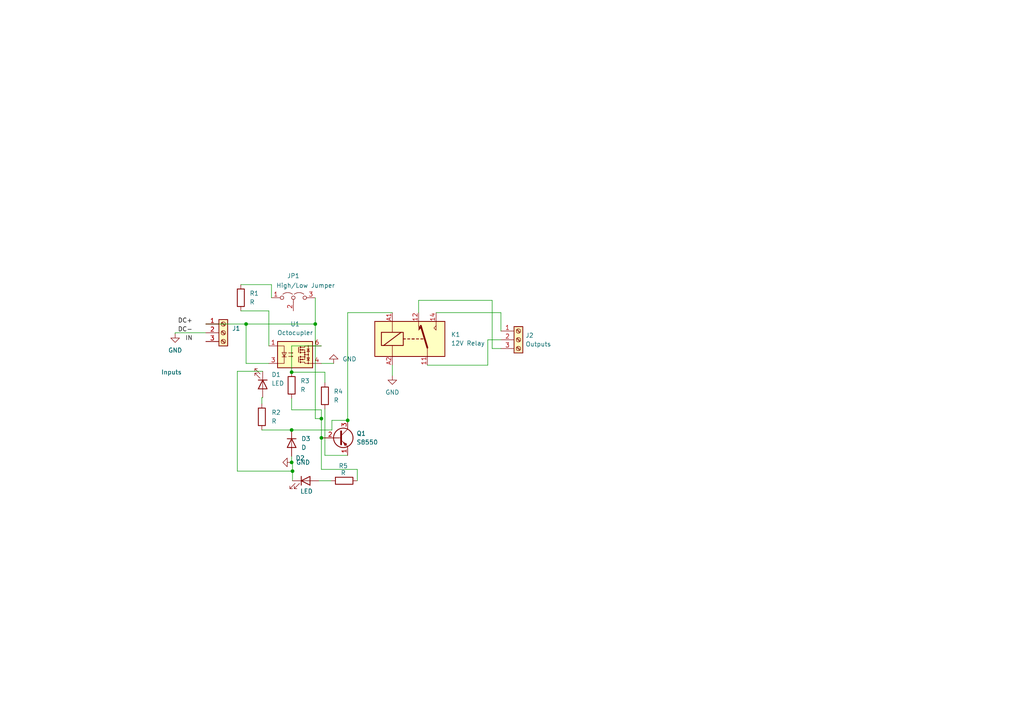
<source format=kicad_sch>
(kicad_sch (version 20211123) (generator eeschema)

  (uuid d5c506f8-2949-4fc3-b657-71e40ede4b86)

  (paper "A4")

  (lib_symbols
    (symbol "Connector:Screw_Terminal_01x03" (pin_names (offset 1.016) hide) (in_bom yes) (on_board yes)
      (property "Reference" "J" (id 0) (at 0 5.08 0)
        (effects (font (size 1.27 1.27)))
      )
      (property "Value" "Screw_Terminal_01x03" (id 1) (at 0 -5.08 0)
        (effects (font (size 1.27 1.27)))
      )
      (property "Footprint" "" (id 2) (at 0 0 0)
        (effects (font (size 1.27 1.27)) hide)
      )
      (property "Datasheet" "~" (id 3) (at 0 0 0)
        (effects (font (size 1.27 1.27)) hide)
      )
      (property "ki_keywords" "screw terminal" (id 4) (at 0 0 0)
        (effects (font (size 1.27 1.27)) hide)
      )
      (property "ki_description" "Generic screw terminal, single row, 01x03, script generated (kicad-library-utils/schlib/autogen/connector/)" (id 5) (at 0 0 0)
        (effects (font (size 1.27 1.27)) hide)
      )
      (property "ki_fp_filters" "TerminalBlock*:*" (id 6) (at 0 0 0)
        (effects (font (size 1.27 1.27)) hide)
      )
      (symbol "Screw_Terminal_01x03_1_1"
        (rectangle (start -1.27 3.81) (end 1.27 -3.81)
          (stroke (width 0.254) (type default) (color 0 0 0 0))
          (fill (type background))
        )
        (circle (center 0 -2.54) (radius 0.635)
          (stroke (width 0.1524) (type default) (color 0 0 0 0))
          (fill (type none))
        )
        (polyline
          (pts
            (xy -0.5334 -2.2098)
            (xy 0.3302 -3.048)
          )
          (stroke (width 0.1524) (type default) (color 0 0 0 0))
          (fill (type none))
        )
        (polyline
          (pts
            (xy -0.5334 0.3302)
            (xy 0.3302 -0.508)
          )
          (stroke (width 0.1524) (type default) (color 0 0 0 0))
          (fill (type none))
        )
        (polyline
          (pts
            (xy -0.5334 2.8702)
            (xy 0.3302 2.032)
          )
          (stroke (width 0.1524) (type default) (color 0 0 0 0))
          (fill (type none))
        )
        (polyline
          (pts
            (xy -0.3556 -2.032)
            (xy 0.508 -2.8702)
          )
          (stroke (width 0.1524) (type default) (color 0 0 0 0))
          (fill (type none))
        )
        (polyline
          (pts
            (xy -0.3556 0.508)
            (xy 0.508 -0.3302)
          )
          (stroke (width 0.1524) (type default) (color 0 0 0 0))
          (fill (type none))
        )
        (polyline
          (pts
            (xy -0.3556 3.048)
            (xy 0.508 2.2098)
          )
          (stroke (width 0.1524) (type default) (color 0 0 0 0))
          (fill (type none))
        )
        (circle (center 0 0) (radius 0.635)
          (stroke (width 0.1524) (type default) (color 0 0 0 0))
          (fill (type none))
        )
        (circle (center 0 2.54) (radius 0.635)
          (stroke (width 0.1524) (type default) (color 0 0 0 0))
          (fill (type none))
        )
        (pin passive line (at -5.08 2.54 0) (length 3.81)
          (name "Pin_1" (effects (font (size 1.27 1.27))))
          (number "1" (effects (font (size 1.27 1.27))))
        )
        (pin passive line (at -5.08 0 0) (length 3.81)
          (name "Pin_2" (effects (font (size 1.27 1.27))))
          (number "2" (effects (font (size 1.27 1.27))))
        )
        (pin passive line (at -5.08 -2.54 0) (length 3.81)
          (name "Pin_3" (effects (font (size 1.27 1.27))))
          (number "3" (effects (font (size 1.27 1.27))))
        )
      )
    )
    (symbol "Device:D" (pin_numbers hide) (pin_names (offset 1.016) hide) (in_bom yes) (on_board yes)
      (property "Reference" "D" (id 0) (at 0 2.54 0)
        (effects (font (size 1.27 1.27)))
      )
      (property "Value" "D" (id 1) (at 0 -2.54 0)
        (effects (font (size 1.27 1.27)))
      )
      (property "Footprint" "" (id 2) (at 0 0 0)
        (effects (font (size 1.27 1.27)) hide)
      )
      (property "Datasheet" "~" (id 3) (at 0 0 0)
        (effects (font (size 1.27 1.27)) hide)
      )
      (property "ki_keywords" "diode" (id 4) (at 0 0 0)
        (effects (font (size 1.27 1.27)) hide)
      )
      (property "ki_description" "Diode" (id 5) (at 0 0 0)
        (effects (font (size 1.27 1.27)) hide)
      )
      (property "ki_fp_filters" "TO-???* *_Diode_* *SingleDiode* D_*" (id 6) (at 0 0 0)
        (effects (font (size 1.27 1.27)) hide)
      )
      (symbol "D_0_1"
        (polyline
          (pts
            (xy -1.27 1.27)
            (xy -1.27 -1.27)
          )
          (stroke (width 0.254) (type default) (color 0 0 0 0))
          (fill (type none))
        )
        (polyline
          (pts
            (xy 1.27 0)
            (xy -1.27 0)
          )
          (stroke (width 0) (type default) (color 0 0 0 0))
          (fill (type none))
        )
        (polyline
          (pts
            (xy 1.27 1.27)
            (xy 1.27 -1.27)
            (xy -1.27 0)
            (xy 1.27 1.27)
          )
          (stroke (width 0.254) (type default) (color 0 0 0 0))
          (fill (type none))
        )
      )
      (symbol "D_1_1"
        (pin passive line (at -3.81 0 0) (length 2.54)
          (name "K" (effects (font (size 1.27 1.27))))
          (number "1" (effects (font (size 1.27 1.27))))
        )
        (pin passive line (at 3.81 0 180) (length 2.54)
          (name "A" (effects (font (size 1.27 1.27))))
          (number "2" (effects (font (size 1.27 1.27))))
        )
      )
    )
    (symbol "Device:LED" (pin_numbers hide) (pin_names (offset 1.016) hide) (in_bom yes) (on_board yes)
      (property "Reference" "D" (id 0) (at 0 2.54 0)
        (effects (font (size 1.27 1.27)))
      )
      (property "Value" "LED" (id 1) (at 0 -2.54 0)
        (effects (font (size 1.27 1.27)))
      )
      (property "Footprint" "" (id 2) (at 0 0 0)
        (effects (font (size 1.27 1.27)) hide)
      )
      (property "Datasheet" "~" (id 3) (at 0 0 0)
        (effects (font (size 1.27 1.27)) hide)
      )
      (property "ki_keywords" "LED diode" (id 4) (at 0 0 0)
        (effects (font (size 1.27 1.27)) hide)
      )
      (property "ki_description" "Light emitting diode" (id 5) (at 0 0 0)
        (effects (font (size 1.27 1.27)) hide)
      )
      (property "ki_fp_filters" "LED* LED_SMD:* LED_THT:*" (id 6) (at 0 0 0)
        (effects (font (size 1.27 1.27)) hide)
      )
      (symbol "LED_0_1"
        (polyline
          (pts
            (xy -1.27 -1.27)
            (xy -1.27 1.27)
          )
          (stroke (width 0.254) (type default) (color 0 0 0 0))
          (fill (type none))
        )
        (polyline
          (pts
            (xy -1.27 0)
            (xy 1.27 0)
          )
          (stroke (width 0) (type default) (color 0 0 0 0))
          (fill (type none))
        )
        (polyline
          (pts
            (xy 1.27 -1.27)
            (xy 1.27 1.27)
            (xy -1.27 0)
            (xy 1.27 -1.27)
          )
          (stroke (width 0.254) (type default) (color 0 0 0 0))
          (fill (type none))
        )
        (polyline
          (pts
            (xy -3.048 -0.762)
            (xy -4.572 -2.286)
            (xy -3.81 -2.286)
            (xy -4.572 -2.286)
            (xy -4.572 -1.524)
          )
          (stroke (width 0) (type default) (color 0 0 0 0))
          (fill (type none))
        )
        (polyline
          (pts
            (xy -1.778 -0.762)
            (xy -3.302 -2.286)
            (xy -2.54 -2.286)
            (xy -3.302 -2.286)
            (xy -3.302 -1.524)
          )
          (stroke (width 0) (type default) (color 0 0 0 0))
          (fill (type none))
        )
      )
      (symbol "LED_1_1"
        (pin passive line (at -3.81 0 0) (length 2.54)
          (name "K" (effects (font (size 1.27 1.27))))
          (number "1" (effects (font (size 1.27 1.27))))
        )
        (pin passive line (at 3.81 0 180) (length 2.54)
          (name "A" (effects (font (size 1.27 1.27))))
          (number "2" (effects (font (size 1.27 1.27))))
        )
      )
    )
    (symbol "Device:R" (pin_numbers hide) (pin_names (offset 0)) (in_bom yes) (on_board yes)
      (property "Reference" "R" (id 0) (at 2.032 0 90)
        (effects (font (size 1.27 1.27)))
      )
      (property "Value" "R" (id 1) (at 0 0 90)
        (effects (font (size 1.27 1.27)))
      )
      (property "Footprint" "" (id 2) (at -1.778 0 90)
        (effects (font (size 1.27 1.27)) hide)
      )
      (property "Datasheet" "~" (id 3) (at 0 0 0)
        (effects (font (size 1.27 1.27)) hide)
      )
      (property "ki_keywords" "R res resistor" (id 4) (at 0 0 0)
        (effects (font (size 1.27 1.27)) hide)
      )
      (property "ki_description" "Resistor" (id 5) (at 0 0 0)
        (effects (font (size 1.27 1.27)) hide)
      )
      (property "ki_fp_filters" "R_*" (id 6) (at 0 0 0)
        (effects (font (size 1.27 1.27)) hide)
      )
      (symbol "R_0_1"
        (rectangle (start -1.016 -2.54) (end 1.016 2.54)
          (stroke (width 0.254) (type default) (color 0 0 0 0))
          (fill (type none))
        )
      )
      (symbol "R_1_1"
        (pin passive line (at 0 3.81 270) (length 1.27)
          (name "~" (effects (font (size 1.27 1.27))))
          (number "1" (effects (font (size 1.27 1.27))))
        )
        (pin passive line (at 0 -3.81 90) (length 1.27)
          (name "~" (effects (font (size 1.27 1.27))))
          (number "2" (effects (font (size 1.27 1.27))))
        )
      )
    )
    (symbol "Jumper:Jumper_3_Open" (pin_names (offset 0) hide) (in_bom yes) (on_board yes)
      (property "Reference" "JP" (id 0) (at -2.54 -2.54 0)
        (effects (font (size 1.27 1.27)))
      )
      (property "Value" "Jumper_3_Open" (id 1) (at 0 2.794 0)
        (effects (font (size 1.27 1.27)))
      )
      (property "Footprint" "" (id 2) (at 0 0 0)
        (effects (font (size 1.27 1.27)) hide)
      )
      (property "Datasheet" "~" (id 3) (at 0 0 0)
        (effects (font (size 1.27 1.27)) hide)
      )
      (property "ki_keywords" "Jumper SPDT" (id 4) (at 0 0 0)
        (effects (font (size 1.27 1.27)) hide)
      )
      (property "ki_description" "Jumper, 3-pole, both open" (id 5) (at 0 0 0)
        (effects (font (size 1.27 1.27)) hide)
      )
      (property "ki_fp_filters" "Jumper* TestPoint*3Pads* TestPoint*Bridge*" (id 6) (at 0 0 0)
        (effects (font (size 1.27 1.27)) hide)
      )
      (symbol "Jumper_3_Open_0_0"
        (circle (center -3.302 0) (radius 0.508)
          (stroke (width 0) (type default) (color 0 0 0 0))
          (fill (type none))
        )
        (circle (center 0 0) (radius 0.508)
          (stroke (width 0) (type default) (color 0 0 0 0))
          (fill (type none))
        )
        (circle (center 3.302 0) (radius 0.508)
          (stroke (width 0) (type default) (color 0 0 0 0))
          (fill (type none))
        )
      )
      (symbol "Jumper_3_Open_0_1"
        (arc (start -0.254 1.016) (mid -1.651 1.4992) (end -3.048 1.016)
          (stroke (width 0) (type default) (color 0 0 0 0))
          (fill (type none))
        )
        (polyline
          (pts
            (xy 0 -0.508)
            (xy 0 -1.27)
          )
          (stroke (width 0) (type default) (color 0 0 0 0))
          (fill (type none))
        )
        (arc (start 3.048 1.016) (mid 1.651 1.4992) (end 0.254 1.016)
          (stroke (width 0) (type default) (color 0 0 0 0))
          (fill (type none))
        )
      )
      (symbol "Jumper_3_Open_1_1"
        (pin passive line (at -6.35 0 0) (length 2.54)
          (name "A" (effects (font (size 1.27 1.27))))
          (number "1" (effects (font (size 1.27 1.27))))
        )
        (pin passive line (at 0 -3.81 90) (length 2.54)
          (name "C" (effects (font (size 1.27 1.27))))
          (number "2" (effects (font (size 1.27 1.27))))
        )
        (pin passive line (at 6.35 0 180) (length 2.54)
          (name "B" (effects (font (size 1.27 1.27))))
          (number "3" (effects (font (size 1.27 1.27))))
        )
      )
    )
    (symbol "Relay:FINDER-36.11" (in_bom yes) (on_board yes)
      (property "Reference" "K" (id 0) (at 11.43 3.81 0)
        (effects (font (size 1.27 1.27)) (justify left))
      )
      (property "Value" "FINDER-36.11" (id 1) (at 11.43 1.27 0)
        (effects (font (size 1.27 1.27)) (justify left))
      )
      (property "Footprint" "Relay_THT:Relay_SPDT_Finder_36.11" (id 2) (at 32.258 -0.762 0)
        (effects (font (size 1.27 1.27)) hide)
      )
      (property "Datasheet" "https://gfinder.findernet.com/public/attachments/36/EN/S36EN.pdf" (id 3) (at 0 0 0)
        (effects (font (size 1.27 1.27)) hide)
      )
      (property "ki_keywords" "spdt relay" (id 4) (at 0 0 0)
        (effects (font (size 1.27 1.27)) hide)
      )
      (property "ki_description" "FINDER 36.11, SPDT relay, 10A" (id 5) (at 0 0 0)
        (effects (font (size 1.27 1.27)) hide)
      )
      (property "ki_fp_filters" "Relay*SPDT*Finder*36.11*" (id 6) (at 0 0 0)
        (effects (font (size 1.27 1.27)) hide)
      )
      (symbol "FINDER-36.11_0_0"
        (polyline
          (pts
            (xy 2.54 3.81)
            (xy 2.54 5.08)
          )
          (stroke (width 0) (type default) (color 0 0 0 0))
          (fill (type none))
        )
        (polyline
          (pts
            (xy 7.62 3.81)
            (xy 7.62 5.08)
          )
          (stroke (width 0) (type default) (color 0 0 0 0))
          (fill (type none))
        )
        (polyline
          (pts
            (xy 7.62 3.81)
            (xy 7.62 2.54)
            (xy 6.985 3.175)
            (xy 7.62 3.81)
          )
          (stroke (width 0) (type default) (color 0 0 0 0))
          (fill (type none))
        )
      )
      (symbol "FINDER-36.11_0_1"
        (rectangle (start -10.16 5.08) (end 10.16 -5.08)
          (stroke (width 0.254) (type default) (color 0 0 0 0))
          (fill (type background))
        )
        (rectangle (start -8.255 1.905) (end -1.905 -1.905)
          (stroke (width 0.254) (type default) (color 0 0 0 0))
          (fill (type none))
        )
        (polyline
          (pts
            (xy -7.62 -1.905)
            (xy -2.54 1.905)
          )
          (stroke (width 0.254) (type default) (color 0 0 0 0))
          (fill (type none))
        )
        (polyline
          (pts
            (xy -5.08 -5.08)
            (xy -5.08 -1.905)
          )
          (stroke (width 0) (type default) (color 0 0 0 0))
          (fill (type none))
        )
        (polyline
          (pts
            (xy -5.08 5.08)
            (xy -5.08 1.905)
          )
          (stroke (width 0) (type default) (color 0 0 0 0))
          (fill (type none))
        )
        (polyline
          (pts
            (xy -1.905 0)
            (xy -1.27 0)
          )
          (stroke (width 0.254) (type default) (color 0 0 0 0))
          (fill (type none))
        )
        (polyline
          (pts
            (xy -0.635 0)
            (xy 0 0)
          )
          (stroke (width 0.254) (type default) (color 0 0 0 0))
          (fill (type none))
        )
        (polyline
          (pts
            (xy 0.635 0)
            (xy 1.27 0)
          )
          (stroke (width 0.254) (type default) (color 0 0 0 0))
          (fill (type none))
        )
        (polyline
          (pts
            (xy 0.635 0)
            (xy 1.27 0)
          )
          (stroke (width 0.254) (type default) (color 0 0 0 0))
          (fill (type none))
        )
        (polyline
          (pts
            (xy 1.905 0)
            (xy 2.54 0)
          )
          (stroke (width 0.254) (type default) (color 0 0 0 0))
          (fill (type none))
        )
        (polyline
          (pts
            (xy 3.175 0)
            (xy 3.81 0)
          )
          (stroke (width 0.254) (type default) (color 0 0 0 0))
          (fill (type none))
        )
        (polyline
          (pts
            (xy 5.08 -2.54)
            (xy 3.175 3.81)
          )
          (stroke (width 0.508) (type default) (color 0 0 0 0))
          (fill (type none))
        )
        (polyline
          (pts
            (xy 5.08 -2.54)
            (xy 5.08 -5.08)
          )
          (stroke (width 0) (type default) (color 0 0 0 0))
          (fill (type none))
        )
        (polyline
          (pts
            (xy 2.54 2.54)
            (xy 3.175 3.175)
            (xy 2.54 3.81)
          )
          (stroke (width 0) (type default) (color 0 0 0 0))
          (fill (type outline))
        )
      )
      (symbol "FINDER-36.11_1_1"
        (pin passive line (at 5.08 -7.62 90) (length 2.54)
          (name "~" (effects (font (size 1.27 1.27))))
          (number "11" (effects (font (size 1.27 1.27))))
        )
        (pin passive line (at 2.54 7.62 270) (length 2.54)
          (name "~" (effects (font (size 1.27 1.27))))
          (number "12" (effects (font (size 1.27 1.27))))
        )
        (pin passive line (at 7.62 7.62 270) (length 2.54)
          (name "~" (effects (font (size 1.27 1.27))))
          (number "14" (effects (font (size 1.27 1.27))))
        )
        (pin passive line (at -5.08 7.62 270) (length 2.54)
          (name "~" (effects (font (size 1.27 1.27))))
          (number "A1" (effects (font (size 1.27 1.27))))
        )
        (pin passive line (at -5.08 -7.62 90) (length 2.54)
          (name "~" (effects (font (size 1.27 1.27))))
          (number "A2" (effects (font (size 1.27 1.27))))
        )
      )
    )
    (symbol "Relay_SolidState:TLP175A" (in_bom yes) (on_board yes)
      (property "Reference" "U" (id 0) (at -5.08 4.953 0)
        (effects (font (size 1.27 1.27)) (justify left))
      )
      (property "Value" "TLP175A" (id 1) (at -5.08 -5.08 0)
        (effects (font (size 1.27 1.27)) (justify left))
      )
      (property "Footprint" "Package_SO:MFSOP6-4_4.4x3.6mm_P1.27mm" (id 2) (at 0 -7.62 0)
        (effects (font (size 1.27 1.27) italic) hide)
      )
      (property "Datasheet" "https://toshiba.semicon-storage.com/info/docget.jsp?did=13665&prodName=TLP175A" (id 3) (at 0 0 0)
        (effects (font (size 1.27 1.27)) (justify left) hide)
      )
      (property "ki_keywords" "MOSFET Output Photorelay 1-Form-A" (id 4) (at 0 0 0)
        (effects (font (size 1.27 1.27)) hide)
      )
      (property "ki_description" "MOSFET Photorelay 1-Form-A, Voff 60V, Ion 100mA, SOP6" (id 5) (at 0 0 0)
        (effects (font (size 1.27 1.27)) hide)
      )
      (property "ki_fp_filters" "MFSOP6*4.4x3.6mm*P1.27mm*" (id 6) (at 0 0 0)
        (effects (font (size 1.27 1.27)) hide)
      )
      (symbol "TLP175A_0_1"
        (rectangle (start -5.08 3.81) (end 5.08 -3.81)
          (stroke (width 0.254) (type default) (color 0 0 0 0))
          (fill (type background))
        )
        (polyline
          (pts
            (xy -3.81 -0.635)
            (xy -2.54 -0.635)
          )
          (stroke (width 0) (type default) (color 0 0 0 0))
          (fill (type none))
        )
        (polyline
          (pts
            (xy 1.016 -0.635)
            (xy 1.016 -2.159)
          )
          (stroke (width 0.2032) (type default) (color 0 0 0 0))
          (fill (type none))
        )
        (polyline
          (pts
            (xy 1.016 2.159)
            (xy 1.016 0.635)
          )
          (stroke (width 0.2032) (type default) (color 0 0 0 0))
          (fill (type none))
        )
        (polyline
          (pts
            (xy 1.524 -0.508)
            (xy 1.524 -0.762)
          )
          (stroke (width 0.3556) (type default) (color 0 0 0 0))
          (fill (type none))
        )
        (polyline
          (pts
            (xy 2.794 0)
            (xy 3.81 0)
          )
          (stroke (width 0) (type default) (color 0 0 0 0))
          (fill (type none))
        )
        (polyline
          (pts
            (xy 3.429 -1.651)
            (xy 4.191 -1.651)
          )
          (stroke (width 0) (type default) (color 0 0 0 0))
          (fill (type none))
        )
        (polyline
          (pts
            (xy 3.429 1.651)
            (xy 4.191 1.651)
          )
          (stroke (width 0) (type default) (color 0 0 0 0))
          (fill (type none))
        )
        (polyline
          (pts
            (xy 3.81 -2.54)
            (xy 3.81 2.54)
          )
          (stroke (width 0) (type default) (color 0 0 0 0))
          (fill (type none))
        )
        (polyline
          (pts
            (xy 1.524 -2.032)
            (xy 1.524 -2.286)
            (xy 1.524 -2.286)
          )
          (stroke (width 0.3556) (type default) (color 0 0 0 0))
          (fill (type none))
        )
        (polyline
          (pts
            (xy 1.524 -1.27)
            (xy 1.524 -1.524)
            (xy 1.524 -1.524)
          )
          (stroke (width 0.3556) (type default) (color 0 0 0 0))
          (fill (type none))
        )
        (polyline
          (pts
            (xy 1.524 0.762)
            (xy 1.524 0.508)
            (xy 1.524 0.508)
          )
          (stroke (width 0.3556) (type default) (color 0 0 0 0))
          (fill (type none))
        )
        (polyline
          (pts
            (xy 1.524 1.524)
            (xy 1.524 1.27)
            (xy 1.524 1.27)
          )
          (stroke (width 0.3556) (type default) (color 0 0 0 0))
          (fill (type none))
        )
        (polyline
          (pts
            (xy 1.524 2.286)
            (xy 1.524 2.032)
            (xy 1.524 2.032)
          )
          (stroke (width 0.3556) (type default) (color 0 0 0 0))
          (fill (type none))
        )
        (polyline
          (pts
            (xy 1.651 -1.397)
            (xy 2.794 -1.397)
            (xy 2.794 -0.635)
          )
          (stroke (width 0) (type default) (color 0 0 0 0))
          (fill (type none))
        )
        (polyline
          (pts
            (xy 1.651 1.397)
            (xy 2.794 1.397)
            (xy 2.794 0.635)
          )
          (stroke (width 0) (type default) (color 0 0 0 0))
          (fill (type none))
        )
        (polyline
          (pts
            (xy -5.08 2.54)
            (xy -3.175 2.54)
            (xy -3.175 -2.54)
            (xy -5.08 -2.54)
          )
          (stroke (width 0) (type default) (color 0 0 0 0))
          (fill (type none))
        )
        (polyline
          (pts
            (xy -3.175 -0.635)
            (xy -3.81 0.635)
            (xy -2.54 0.635)
            (xy -3.175 -0.635)
          )
          (stroke (width 0) (type default) (color 0 0 0 0))
          (fill (type none))
        )
        (polyline
          (pts
            (xy 1.651 -2.159)
            (xy 2.794 -2.159)
            (xy 2.794 -2.54)
            (xy 5.08 -2.54)
          )
          (stroke (width 0) (type default) (color 0 0 0 0))
          (fill (type none))
        )
        (polyline
          (pts
            (xy 1.651 -0.635)
            (xy 2.794 -0.635)
            (xy 2.794 0.635)
            (xy 1.651 0.635)
          )
          (stroke (width 0) (type default) (color 0 0 0 0))
          (fill (type none))
        )
        (polyline
          (pts
            (xy 1.651 2.159)
            (xy 2.794 2.159)
            (xy 2.794 2.54)
            (xy 5.08 2.54)
          )
          (stroke (width 0) (type default) (color 0 0 0 0))
          (fill (type none))
        )
        (polyline
          (pts
            (xy 1.778 -1.397)
            (xy 2.286 -1.27)
            (xy 2.286 -1.524)
            (xy 1.778 -1.397)
          )
          (stroke (width 0) (type default) (color 0 0 0 0))
          (fill (type none))
        )
        (polyline
          (pts
            (xy 1.778 1.397)
            (xy 2.286 1.524)
            (xy 2.286 1.27)
            (xy 1.778 1.397)
          )
          (stroke (width 0) (type default) (color 0 0 0 0))
          (fill (type none))
        )
        (polyline
          (pts
            (xy 3.81 -1.651)
            (xy 3.429 -0.889)
            (xy 4.191 -0.889)
            (xy 3.81 -1.651)
          )
          (stroke (width 0) (type default) (color 0 0 0 0))
          (fill (type none))
        )
        (polyline
          (pts
            (xy 3.81 1.651)
            (xy 3.429 0.889)
            (xy 4.191 0.889)
            (xy 3.81 1.651)
          )
          (stroke (width 0) (type default) (color 0 0 0 0))
          (fill (type none))
        )
        (polyline
          (pts
            (xy -1.905 -0.508)
            (xy -0.635 -0.508)
            (xy -1.016 -0.635)
            (xy -1.016 -0.381)
            (xy -0.635 -0.508)
          )
          (stroke (width 0) (type default) (color 0 0 0 0))
          (fill (type none))
        )
        (polyline
          (pts
            (xy -1.905 0.508)
            (xy -0.635 0.508)
            (xy -1.016 0.381)
            (xy -1.016 0.635)
            (xy -0.635 0.508)
          )
          (stroke (width 0) (type default) (color 0 0 0 0))
          (fill (type none))
        )
        (circle (center 2.794 -0.635) (radius 0.127)
          (stroke (width 0) (type default) (color 0 0 0 0))
          (fill (type none))
        )
        (circle (center 2.794 0) (radius 0.127)
          (stroke (width 0) (type default) (color 0 0 0 0))
          (fill (type none))
        )
        (circle (center 2.794 0.635) (radius 0.127)
          (stroke (width 0) (type default) (color 0 0 0 0))
          (fill (type none))
        )
        (circle (center 3.81 -2.54) (radius 0.127)
          (stroke (width 0) (type default) (color 0 0 0 0))
          (fill (type none))
        )
        (circle (center 3.81 0) (radius 0.127)
          (stroke (width 0) (type default) (color 0 0 0 0))
          (fill (type none))
        )
        (circle (center 3.81 2.54) (radius 0.127)
          (stroke (width 0) (type default) (color 0 0 0 0))
          (fill (type none))
        )
      )
      (symbol "TLP175A_1_1"
        (pin passive line (at -7.62 2.54 0) (length 2.54)
          (name "~" (effects (font (size 1.27 1.27))))
          (number "1" (effects (font (size 1.27 1.27))))
        )
        (pin passive line (at -7.62 -2.54 0) (length 2.54)
          (name "~" (effects (font (size 1.27 1.27))))
          (number "3" (effects (font (size 1.27 1.27))))
        )
        (pin passive line (at 7.62 -2.54 180) (length 2.54)
          (name "~" (effects (font (size 1.27 1.27))))
          (number "4" (effects (font (size 1.27 1.27))))
        )
        (pin passive line (at 7.62 2.54 180) (length 2.54)
          (name "~" (effects (font (size 1.27 1.27))))
          (number "6" (effects (font (size 1.27 1.27))))
        )
      )
    )
    (symbol "Transistor_BJT:S8550" (pin_names (offset 0) hide) (in_bom yes) (on_board yes)
      (property "Reference" "Q" (id 0) (at 5.08 1.905 0)
        (effects (font (size 1.27 1.27)) (justify left))
      )
      (property "Value" "S8550" (id 1) (at 5.08 0 0)
        (effects (font (size 1.27 1.27)) (justify left))
      )
      (property "Footprint" "Package_TO_SOT_THT:TO-92_Inline" (id 2) (at 5.08 -1.905 0)
        (effects (font (size 1.27 1.27) italic) (justify left) hide)
      )
      (property "Datasheet" "http://www.unisonic.com.tw/datasheet/S8550.pdf" (id 3) (at 0 0 0)
        (effects (font (size 1.27 1.27)) (justify left) hide)
      )
      (property "ki_keywords" "S8550 PNP Low Voltage High Current Transistor" (id 4) (at 0 0 0)
        (effects (font (size 1.27 1.27)) hide)
      )
      (property "ki_description" "0.7A Ic, 20V Vce, Low Voltage High Current PNP Transistor, TO-92" (id 5) (at 0 0 0)
        (effects (font (size 1.27 1.27)) hide)
      )
      (property "ki_fp_filters" "TO?92*" (id 6) (at 0 0 0)
        (effects (font (size 1.27 1.27)) hide)
      )
      (symbol "S8550_0_1"
        (polyline
          (pts
            (xy 0 0)
            (xy 0.635 0)
          )
          (stroke (width 0) (type default) (color 0 0 0 0))
          (fill (type none))
        )
        (polyline
          (pts
            (xy 2.54 -2.54)
            (xy 0.635 -0.635)
          )
          (stroke (width 0) (type default) (color 0 0 0 0))
          (fill (type none))
        )
        (polyline
          (pts
            (xy 2.54 2.54)
            (xy 0.635 0.635)
          )
          (stroke (width 0) (type default) (color 0 0 0 0))
          (fill (type none))
        )
        (polyline
          (pts
            (xy 0.635 1.905)
            (xy 0.635 -1.905)
            (xy 0.635 -1.905)
          )
          (stroke (width 0.508) (type default) (color 0 0 0 0))
          (fill (type outline))
        )
        (polyline
          (pts
            (xy 1.778 -2.286)
            (xy 2.286 -1.778)
            (xy 1.27 -1.27)
            (xy 1.778 -2.286)
            (xy 1.778 -2.286)
          )
          (stroke (width 0) (type default) (color 0 0 0 0))
          (fill (type outline))
        )
        (circle (center 1.27 0) (radius 2.8194)
          (stroke (width 0.254) (type default) (color 0 0 0 0))
          (fill (type none))
        )
      )
      (symbol "S8550_1_1"
        (pin passive line (at 2.54 -5.08 90) (length 2.54)
          (name "E" (effects (font (size 1.27 1.27))))
          (number "1" (effects (font (size 1.27 1.27))))
        )
        (pin input line (at -5.08 0 0) (length 5.08)
          (name "B" (effects (font (size 1.27 1.27))))
          (number "2" (effects (font (size 1.27 1.27))))
        )
        (pin passive line (at 2.54 5.08 270) (length 2.54)
          (name "C" (effects (font (size 1.27 1.27))))
          (number "3" (effects (font (size 1.27 1.27))))
        )
      )
    )
    (symbol "power:GND" (power) (pin_names (offset 0)) (in_bom yes) (on_board yes)
      (property "Reference" "#PWR" (id 0) (at 0 -6.35 0)
        (effects (font (size 1.27 1.27)) hide)
      )
      (property "Value" "GND" (id 1) (at 0 -3.81 0)
        (effects (font (size 1.27 1.27)))
      )
      (property "Footprint" "" (id 2) (at 0 0 0)
        (effects (font (size 1.27 1.27)) hide)
      )
      (property "Datasheet" "" (id 3) (at 0 0 0)
        (effects (font (size 1.27 1.27)) hide)
      )
      (property "ki_keywords" "power-flag" (id 4) (at 0 0 0)
        (effects (font (size 1.27 1.27)) hide)
      )
      (property "ki_description" "Power symbol creates a global label with name \"GND\" , ground" (id 5) (at 0 0 0)
        (effects (font (size 1.27 1.27)) hide)
      )
      (symbol "GND_0_1"
        (polyline
          (pts
            (xy 0 0)
            (xy 0 -1.27)
            (xy 1.27 -1.27)
            (xy 0 -2.54)
            (xy -1.27 -1.27)
            (xy 0 -1.27)
          )
          (stroke (width 0) (type default) (color 0 0 0 0))
          (fill (type none))
        )
      )
      (symbol "GND_1_1"
        (pin power_in line (at 0 0 270) (length 0) hide
          (name "GND" (effects (font (size 1.27 1.27))))
          (number "1" (effects (font (size 1.27 1.27))))
        )
      )
    )
  )

  (junction (at 93.218 121.412) (diameter 0) (color 0 0 0 0)
    (uuid 195343ab-bef0-4ae6-b220-70a252438a44)
  )
  (junction (at 84.582 107.95) (diameter 0) (color 0 0 0 0)
    (uuid 5067b94f-247c-4f9a-be94-565e8140e8ea)
  )
  (junction (at 91.44 93.98) (diameter 0) (color 0 0 0 0)
    (uuid 5d661f50-2ed4-48fa-8510-c384fc46b712)
  )
  (junction (at 93.218 127) (diameter 0) (color 0 0 0 0)
    (uuid 94446802-bfcb-4495-8d3f-99471c43a23e)
  )
  (junction (at 84.582 124.714) (diameter 0) (color 0 0 0 0)
    (uuid a049ff4b-a7fb-43e7-98d6-185ab70757df)
  )
  (junction (at 71.374 93.98) (diameter 0) (color 0 0 0 0)
    (uuid b5e7fdc6-d24c-40fe-84a9-40a90ee4da1a)
  )
  (junction (at 84.836 136.652) (diameter 0) (color 0 0 0 0)
    (uuid c9d3a781-4da1-49dd-a624-e353a67914e3)
  )
  (junction (at 84.582 134.112) (diameter 0) (color 0 0 0 0)
    (uuid da2adc30-1943-4ae8-8ea6-852def611274)
  )
  (junction (at 100.838 121.92) (diameter 0) (color 0 0 0 0)
    (uuid e86df7c7-496b-4a71-ae27-11f443fc9e00)
  )

  (wire (pts (xy 94.234 132.08) (xy 100.838 132.08))
    (stroke (width 0) (type default) (color 0 0 0 0))
    (uuid 00906365-d685-42d6-a123-d86a71f2f0d1)
  )
  (wire (pts (xy 91.44 93.98) (xy 91.44 121.412))
    (stroke (width 0) (type default) (color 0 0 0 0))
    (uuid 0239083c-7653-4a57-8438-bdcabb1a739a)
  )
  (wire (pts (xy 121.412 87.122) (xy 142.748 87.122))
    (stroke (width 0) (type default) (color 0 0 0 0))
    (uuid 05578afa-3b28-4293-9898-0f247103efee)
  )
  (wire (pts (xy 100.838 121.92) (xy 100.838 90.678))
    (stroke (width 0) (type default) (color 0 0 0 0))
    (uuid 09d8e837-34e2-43f1-9786-e4f3d15bb22e)
  )
  (wire (pts (xy 84.582 132.334) (xy 84.582 134.112))
    (stroke (width 0) (type default) (color 0 0 0 0))
    (uuid 0e041b79-b7d1-4417-bc93-caaf038db9dc)
  )
  (wire (pts (xy 84.582 118.872) (xy 93.218 118.872))
    (stroke (width 0) (type default) (color 0 0 0 0))
    (uuid 0f7df0d1-950c-462b-9f2b-f2d6be5e94ee)
  )
  (wire (pts (xy 94.234 118.618) (xy 94.234 132.08))
    (stroke (width 0) (type default) (color 0 0 0 0))
    (uuid 17530f31-2b35-41ae-b336-e2e4ab12defa)
  )
  (wire (pts (xy 84.836 136.652) (xy 68.834 136.652))
    (stroke (width 0) (type default) (color 0 0 0 0))
    (uuid 1dd51505-865d-4104-956c-8b3b1c23ae30)
  )
  (wire (pts (xy 84.582 100.33) (xy 84.582 107.95))
    (stroke (width 0) (type default) (color 0 0 0 0))
    (uuid 2ba67f29-91f5-4474-bdd7-772e7890813a)
  )
  (wire (pts (xy 78.74 86.36) (xy 78.74 82.55))
    (stroke (width 0) (type default) (color 0 0 0 0))
    (uuid 3940eb54-c278-4e4e-819d-7b272a81e29d)
  )
  (wire (pts (xy 126.492 90.678) (xy 145.288 90.678))
    (stroke (width 0) (type default) (color 0 0 0 0))
    (uuid 3c329cda-235d-465f-b8c7-5388f1ae6b47)
  )
  (wire (pts (xy 75.946 124.714) (xy 84.582 124.714))
    (stroke (width 0) (type default) (color 0 0 0 0))
    (uuid 3d27d486-8ba6-4482-a94a-c428bd87303a)
  )
  (wire (pts (xy 91.44 121.412) (xy 93.218 121.412))
    (stroke (width 0) (type default) (color 0 0 0 0))
    (uuid 43ec0996-1594-4b88-9876-9126ec724d51)
  )
  (wire (pts (xy 93.218 127) (xy 93.218 136.144))
    (stroke (width 0) (type default) (color 0 0 0 0))
    (uuid 4b4ded39-3b27-4324-b618-de5f71f7ec44)
  )
  (wire (pts (xy 59.69 93.98) (xy 71.374 93.98))
    (stroke (width 0) (type default) (color 0 0 0 0))
    (uuid 4fce50b3-0a40-479d-96b0-ebb15c5fc31e)
  )
  (wire (pts (xy 96.266 121.92) (xy 100.838 121.92))
    (stroke (width 0) (type default) (color 0 0 0 0))
    (uuid 50bc3cc8-d640-4d40-bbc4-c6dc0d8b1af7)
  )
  (wire (pts (xy 84.582 115.57) (xy 84.582 118.872))
    (stroke (width 0) (type default) (color 0 0 0 0))
    (uuid 5108b71c-eb13-4444-8241-42d61dad8371)
  )
  (wire (pts (xy 84.836 134.112) (xy 84.582 134.112))
    (stroke (width 0) (type default) (color 0 0 0 0))
    (uuid 550af7a3-b683-4586-ba93-2727451ae3f0)
  )
  (wire (pts (xy 71.374 105.41) (xy 77.978 105.41))
    (stroke (width 0) (type default) (color 0 0 0 0))
    (uuid 55f92fda-65e5-4fce-b67d-a9c2335c113e)
  )
  (wire (pts (xy 145.288 96.012) (xy 145.288 90.678))
    (stroke (width 0) (type default) (color 0 0 0 0))
    (uuid 56ea621c-d5c0-4475-8e76-f07491a3190e)
  )
  (wire (pts (xy 103.632 136.144) (xy 103.632 139.446))
    (stroke (width 0) (type default) (color 0 0 0 0))
    (uuid 5c848d96-8f76-4298-8c69-2cd319df9084)
  )
  (wire (pts (xy 84.836 139.446) (xy 84.836 136.652))
    (stroke (width 0) (type default) (color 0 0 0 0))
    (uuid 5f3df053-de94-4167-b5ec-418b5e701748)
  )
  (wire (pts (xy 142.748 101.092) (xy 145.288 101.092))
    (stroke (width 0) (type default) (color 0 0 0 0))
    (uuid 5fd85456-4e48-43a5-bac0-46f5196b2338)
  )
  (wire (pts (xy 121.412 90.678) (xy 121.412 87.122))
    (stroke (width 0) (type default) (color 0 0 0 0))
    (uuid 62dddea9-9efe-4c1d-8aa5-8900ec90e193)
  )
  (wire (pts (xy 84.582 107.95) (xy 94.234 107.95))
    (stroke (width 0) (type default) (color 0 0 0 0))
    (uuid 69e8ace5-7b4a-4698-8c4d-3c0edde3bc65)
  )
  (wire (pts (xy 75.946 115.316) (xy 76.2 115.316))
    (stroke (width 0) (type default) (color 0 0 0 0))
    (uuid 69f3b1f2-5efd-4697-843f-608f3763b5e4)
  )
  (wire (pts (xy 78.74 82.55) (xy 69.85 82.55))
    (stroke (width 0) (type default) (color 0 0 0 0))
    (uuid 6b3127b3-b881-4d0e-b532-86884641f279)
  )
  (wire (pts (xy 94.234 107.95) (xy 94.234 110.998))
    (stroke (width 0) (type default) (color 0 0 0 0))
    (uuid 6d1f0517-baf8-4be0-b9ae-2aa86eee3455)
  )
  (wire (pts (xy 93.218 100.33) (xy 84.582 100.33))
    (stroke (width 0) (type default) (color 0 0 0 0))
    (uuid 6d763cf1-d960-4b6e-8a0b-c7cacc0fbddb)
  )
  (wire (pts (xy 141.478 98.552) (xy 145.288 98.552))
    (stroke (width 0) (type default) (color 0 0 0 0))
    (uuid 7193d950-7c63-4a21-b07b-49af0ceff1c0)
  )
  (wire (pts (xy 93.218 118.872) (xy 93.218 121.412))
    (stroke (width 0) (type default) (color 0 0 0 0))
    (uuid 73764ac1-bab0-4ca5-a8f4-11e87903ca94)
  )
  (wire (pts (xy 68.834 136.652) (xy 68.834 107.696))
    (stroke (width 0) (type default) (color 0 0 0 0))
    (uuid 73debc37-68c0-4c24-98bb-35e9cfe858e8)
  )
  (wire (pts (xy 84.582 124.714) (xy 96.266 124.714))
    (stroke (width 0) (type default) (color 0 0 0 0))
    (uuid 78ef6891-b490-4707-ba1e-b725c36ef84a)
  )
  (wire (pts (xy 59.69 96.52) (xy 50.8 96.52))
    (stroke (width 0) (type default) (color 0 0 0 0))
    (uuid 7c0f2a9c-70ff-494f-9a89-ea133f0cad79)
  )
  (wire (pts (xy 50.8 96.52) (xy 50.8 96.774))
    (stroke (width 0) (type default) (color 0 0 0 0))
    (uuid 7f9bb942-ac16-403b-a148-dc9802c0e727)
  )
  (wire (pts (xy 141.478 105.918) (xy 141.478 98.552))
    (stroke (width 0) (type default) (color 0 0 0 0))
    (uuid 8c25d1f1-8128-4799-a4bf-f2ae4bb2f6e1)
  )
  (wire (pts (xy 142.748 87.122) (xy 142.748 101.092))
    (stroke (width 0) (type default) (color 0 0 0 0))
    (uuid 8caf5158-9884-4f08-b805-cfe944ea0071)
  )
  (wire (pts (xy 77.978 90.17) (xy 77.978 100.33))
    (stroke (width 0) (type default) (color 0 0 0 0))
    (uuid 9303f710-3c25-460e-baa0-5fdc05781aa1)
  )
  (wire (pts (xy 84.836 136.652) (xy 84.836 134.112))
    (stroke (width 0) (type default) (color 0 0 0 0))
    (uuid 95586141-2534-4b06-92ea-5310d75dc18d)
  )
  (wire (pts (xy 123.952 105.918) (xy 141.478 105.918))
    (stroke (width 0) (type default) (color 0 0 0 0))
    (uuid 975e3654-864d-4a5b-b3a8-e8e089b0fc8f)
  )
  (wire (pts (xy 96.266 124.714) (xy 96.266 121.92))
    (stroke (width 0) (type default) (color 0 0 0 0))
    (uuid 9765f291-571c-45dd-9057-ad3118847168)
  )
  (wire (pts (xy 71.374 93.98) (xy 71.374 105.41))
    (stroke (width 0) (type default) (color 0 0 0 0))
    (uuid a5b1d2fb-ccdb-49ab-a36d-e59ba148b2b5)
  )
  (wire (pts (xy 100.838 90.678) (xy 113.792 90.678))
    (stroke (width 0) (type default) (color 0 0 0 0))
    (uuid c0173119-1a37-4d80-8669-902b3946f437)
  )
  (wire (pts (xy 69.85 90.17) (xy 77.978 90.17))
    (stroke (width 0) (type default) (color 0 0 0 0))
    (uuid c41acd15-326a-4ed0-814a-ce139be46c08)
  )
  (wire (pts (xy 92.456 139.446) (xy 96.012 139.446))
    (stroke (width 0) (type default) (color 0 0 0 0))
    (uuid ccb88023-284d-4946-86d2-65d17f52a48e)
  )
  (wire (pts (xy 113.792 105.918) (xy 113.792 108.966))
    (stroke (width 0) (type default) (color 0 0 0 0))
    (uuid d97795ee-ddd9-4d1c-bb54-7ff5e40e08cc)
  )
  (wire (pts (xy 93.218 136.144) (xy 103.632 136.144))
    (stroke (width 0) (type default) (color 0 0 0 0))
    (uuid da87b61e-9e8d-4be5-bb51-1fee50ab95ff)
  )
  (wire (pts (xy 93.218 121.412) (xy 93.218 127))
    (stroke (width 0) (type default) (color 0 0 0 0))
    (uuid dbb579a6-8313-42a1-9268-edd33aa800b6)
  )
  (wire (pts (xy 75.946 117.094) (xy 75.946 115.316))
    (stroke (width 0) (type default) (color 0 0 0 0))
    (uuid de0576d4-73fc-4602-9d61-620c13c50896)
  )
  (wire (pts (xy 91.44 93.98) (xy 91.44 86.36))
    (stroke (width 0) (type default) (color 0 0 0 0))
    (uuid df8abbb7-a01b-43ee-b00c-d05419fba2a9)
  )
  (wire (pts (xy 68.834 107.696) (xy 76.2 107.696))
    (stroke (width 0) (type default) (color 0 0 0 0))
    (uuid e182439b-6742-42b7-b997-9544cb76c789)
  )
  (wire (pts (xy 93.218 105.41) (xy 96.774 105.41))
    (stroke (width 0) (type default) (color 0 0 0 0))
    (uuid e8d54d5c-f3c7-4f76-8b4f-0a2c5b7f16d0)
  )
  (wire (pts (xy 71.374 93.98) (xy 91.44 93.98))
    (stroke (width 0) (type default) (color 0 0 0 0))
    (uuid f7aa0ab0-3ed5-4909-96b2-a46afb9a113d)
  )

  (label "IN" (at 55.88 99.06 180)
    (effects (font (size 1.27 1.27)) (justify right bottom))
    (uuid be841e42-1934-4e41-af3b-4caa6b9397ba)
  )
  (label "DC-" (at 55.88 96.52 180)
    (effects (font (size 1.27 1.27)) (justify right bottom))
    (uuid cff54d68-5783-4e16-977a-d54cdf5bf3f3)
  )
  (label "DC+" (at 55.88 93.98 180)
    (effects (font (size 1.27 1.27)) (justify right bottom))
    (uuid f248dc90-2258-4f0f-9f90-8783351abb71)
  )

  (symbol (lib_id "Device:R") (at 75.946 120.904 180) (unit 1)
    (in_bom yes) (on_board yes) (fields_autoplaced)
    (uuid 07271b7e-c15f-45a8-b622-c14b61457bd0)
    (property "Reference" "R2" (id 0) (at 78.74 119.6339 0)
      (effects (font (size 1.27 1.27)) (justify right))
    )
    (property "Value" "R" (id 1) (at 78.74 122.1739 0)
      (effects (font (size 1.27 1.27)) (justify right))
    )
    (property "Footprint" "Resistor_SMD:R_0603_1608Metric_Pad0.98x0.95mm_HandSolder" (id 2) (at 77.724 120.904 90)
      (effects (font (size 1.27 1.27)) hide)
    )
    (property "Datasheet" "~" (id 3) (at 75.946 120.904 0)
      (effects (font (size 1.27 1.27)) hide)
    )
    (pin "1" (uuid cc4b2291-a68f-429b-9db3-913dddc6f67e))
    (pin "2" (uuid f7f88948-b8c3-4ef9-b17b-2750fd43494c))
  )

  (symbol (lib_id "Device:LED") (at 88.646 139.446 0) (unit 1)
    (in_bom yes) (on_board yes)
    (uuid 08867e9f-69fc-497f-8c51-edc1ff9cdd2c)
    (property "Reference" "D2" (id 0) (at 87.0585 132.842 0))
    (property "Value" "LED" (id 1) (at 88.9 142.494 0))
    (property "Footprint" "LED_SMD:LED_0603_1608Metric_Pad1.05x0.95mm_HandSolder" (id 2) (at 88.646 139.446 0)
      (effects (font (size 1.27 1.27)) hide)
    )
    (property "Datasheet" "~" (id 3) (at 88.646 139.446 0)
      (effects (font (size 1.27 1.27)) hide)
    )
    (pin "1" (uuid 6e064d64-cf5f-4fc0-8765-7bb6c20413fe))
    (pin "2" (uuid 7b5d966a-8aaa-4088-b993-c86ad997a048))
  )

  (symbol (lib_id "Relay_SolidState:TLP175A") (at 85.598 102.87 0) (unit 1)
    (in_bom yes) (on_board yes) (fields_autoplaced)
    (uuid 0eff8708-cad9-4528-a8d4-bb2931b3a852)
    (property "Reference" "U1" (id 0) (at 85.598 93.98 0))
    (property "Value" "Octocupler" (id 1) (at 85.598 96.52 0))
    (property "Footprint" "Package_SO:MFSOP6-4_4.4x3.6mm_P1.27mm" (id 2) (at 85.598 110.49 0)
      (effects (font (size 1.27 1.27) italic) hide)
    )
    (property "Datasheet" "https://toshiba.semicon-storage.com/info/docget.jsp?did=13665&prodName=TLP175A" (id 3) (at 85.598 102.87 0)
      (effects (font (size 1.27 1.27)) (justify left) hide)
    )
    (pin "1" (uuid 65901b49-6691-46a9-9a62-a346e174f226))
    (pin "3" (uuid 86855fad-bfa5-454b-a66d-952ddc829e23))
    (pin "4" (uuid b4c70ed6-73d4-4d70-a67d-ad02906d5205))
    (pin "6" (uuid 642f8eb6-6e81-42a9-bdf4-c7a5c9061148))
  )

  (symbol (lib_id "Jumper:Jumper_3_Open") (at 85.09 86.36 0) (unit 1)
    (in_bom yes) (on_board yes)
    (uuid 1552d3b4-1411-4b72-a162-72ba9d98e63a)
    (property "Reference" "JP1" (id 0) (at 85.09 80.01 0))
    (property "Value" "High/Low Jumper" (id 1) (at 88.646 82.804 0))
    (property "Footprint" "Connector_PinHeader_2.54mm:PinHeader_1x03_P2.54mm_Vertical" (id 2) (at 85.09 86.36 0)
      (effects (font (size 1.27 1.27)) hide)
    )
    (property "Datasheet" "~" (id 3) (at 85.09 86.36 0)
      (effects (font (size 1.27 1.27)) hide)
    )
    (pin "1" (uuid 78a729cb-a8b2-4915-9c84-b70113da8510))
    (pin "2" (uuid 58594946-f2aa-4085-a844-b9139ff90841))
    (pin "3" (uuid ef69e771-72fd-4a40-a288-d7d6636c522f))
  )

  (symbol (lib_id "power:GND") (at 113.792 108.966 0) (unit 1)
    (in_bom yes) (on_board yes) (fields_autoplaced)
    (uuid 1f8612c8-f2de-4453-a406-1d8a3f0eeb43)
    (property "Reference" "#PWR0102" (id 0) (at 113.792 115.316 0)
      (effects (font (size 1.27 1.27)) hide)
    )
    (property "Value" "GND" (id 1) (at 113.792 113.792 0))
    (property "Footprint" "" (id 2) (at 113.792 108.966 0)
      (effects (font (size 1.27 1.27)) hide)
    )
    (property "Datasheet" "" (id 3) (at 113.792 108.966 0)
      (effects (font (size 1.27 1.27)) hide)
    )
    (pin "1" (uuid 1fe27da5-c2be-47cf-b8a8-80ca0987d76f))
  )

  (symbol (lib_id "power:GND") (at 96.774 105.41 180) (unit 1)
    (in_bom yes) (on_board yes) (fields_autoplaced)
    (uuid 2283e9fc-2a99-47bb-8426-fb66794a6c8e)
    (property "Reference" "#PWR0103" (id 0) (at 96.774 99.06 0)
      (effects (font (size 1.27 1.27)) hide)
    )
    (property "Value" "GND" (id 1) (at 99.314 104.1399 0)
      (effects (font (size 1.27 1.27)) (justify right))
    )
    (property "Footprint" "" (id 2) (at 96.774 105.41 0)
      (effects (font (size 1.27 1.27)) hide)
    )
    (property "Datasheet" "" (id 3) (at 96.774 105.41 0)
      (effects (font (size 1.27 1.27)) hide)
    )
    (pin "1" (uuid dbf1ba0b-51cd-4a2d-9b61-043a8c9b4d9d))
  )

  (symbol (lib_id "Connector:Screw_Terminal_01x03") (at 64.77 96.52 0) (unit 1)
    (in_bom yes) (on_board yes)
    (uuid 25a537d6-b56c-435c-a736-6a689cc47f70)
    (property "Reference" "J1" (id 0) (at 67.31 95.2499 0)
      (effects (font (size 1.27 1.27)) (justify left))
    )
    (property "Value" "Inputs" (id 1) (at 46.736 107.95 0)
      (effects (font (size 1.27 1.27)) (justify left))
    )
    (property "Footprint" "TerminalBlock:TerminalBlock_bornier-3_P5.08mm" (id 2) (at 64.77 96.52 0)
      (effects (font (size 1.27 1.27)) hide)
    )
    (property "Datasheet" "~" (id 3) (at 64.77 96.52 0)
      (effects (font (size 1.27 1.27)) hide)
    )
    (pin "1" (uuid 3b2f7d41-1103-4373-a0a2-0af574f7c240))
    (pin "2" (uuid 1cd0d17c-4432-427b-a668-e937ab784bb0))
    (pin "3" (uuid 5b09b622-2355-4ba8-98b2-437ca87aafe0))
  )

  (symbol (lib_id "Device:LED") (at 76.2 111.506 270) (unit 1)
    (in_bom yes) (on_board yes) (fields_autoplaced)
    (uuid 3ba0734b-7cf5-476c-a757-bd1c251d746b)
    (property "Reference" "D1" (id 0) (at 78.74 108.6484 90)
      (effects (font (size 1.27 1.27)) (justify left))
    )
    (property "Value" "LED" (id 1) (at 78.74 111.1884 90)
      (effects (font (size 1.27 1.27)) (justify left))
    )
    (property "Footprint" "LED_SMD:LED_0603_1608Metric_Pad1.05x0.95mm_HandSolder" (id 2) (at 76.2 111.506 0)
      (effects (font (size 1.27 1.27)) hide)
    )
    (property "Datasheet" "~" (id 3) (at 76.2 111.506 0)
      (effects (font (size 1.27 1.27)) hide)
    )
    (pin "1" (uuid 9b62c299-b7d3-4099-ba04-cdb736759b85))
    (pin "2" (uuid 4e193871-9c1c-40be-934f-211fd191677d))
  )

  (symbol (lib_id "power:GND") (at 84.582 134.112 270) (unit 1)
    (in_bom yes) (on_board yes) (fields_autoplaced)
    (uuid 3ea8cdd2-372b-4da4-943c-4b090a85403e)
    (property "Reference" "#PWR0104" (id 0) (at 78.232 134.112 0)
      (effects (font (size 1.27 1.27)) hide)
    )
    (property "Value" "GND" (id 1) (at 85.852 134.1119 90)
      (effects (font (size 1.27 1.27)) (justify left))
    )
    (property "Footprint" "" (id 2) (at 84.582 134.112 0)
      (effects (font (size 1.27 1.27)) hide)
    )
    (property "Datasheet" "" (id 3) (at 84.582 134.112 0)
      (effects (font (size 1.27 1.27)) hide)
    )
    (pin "1" (uuid fb70d25e-b3dc-4436-9b24-8d209d61ab1b))
  )

  (symbol (lib_id "Device:D") (at 84.582 128.524 270) (unit 1)
    (in_bom yes) (on_board yes) (fields_autoplaced)
    (uuid 88858796-23a2-4a29-a000-5a442d4dc648)
    (property "Reference" "D3" (id 0) (at 87.376 127.2539 90)
      (effects (font (size 1.27 1.27)) (justify left))
    )
    (property "Value" "D" (id 1) (at 87.376 129.7939 90)
      (effects (font (size 1.27 1.27)) (justify left))
    )
    (property "Footprint" "Diode_SMD:D_MicroMELF_Handsoldering" (id 2) (at 84.582 128.524 0)
      (effects (font (size 1.27 1.27)) hide)
    )
    (property "Datasheet" "~" (id 3) (at 84.582 128.524 0)
      (effects (font (size 1.27 1.27)) hide)
    )
    (pin "1" (uuid 5e486ae3-7ed0-4977-b212-07911d7c8067))
    (pin "2" (uuid 17a7b082-57f4-4346-a512-a800d8ac5014))
  )

  (symbol (lib_id "Device:R") (at 94.234 114.808 0) (unit 1)
    (in_bom yes) (on_board yes) (fields_autoplaced)
    (uuid 90cfb05b-bf12-41dc-96f8-e3276a76c9a9)
    (property "Reference" "R4" (id 0) (at 96.774 113.5379 0)
      (effects (font (size 1.27 1.27)) (justify left))
    )
    (property "Value" "R" (id 1) (at 96.774 116.0779 0)
      (effects (font (size 1.27 1.27)) (justify left))
    )
    (property "Footprint" "Resistor_SMD:R_0603_1608Metric_Pad0.98x0.95mm_HandSolder" (id 2) (at 92.456 114.808 90)
      (effects (font (size 1.27 1.27)) hide)
    )
    (property "Datasheet" "~" (id 3) (at 94.234 114.808 0)
      (effects (font (size 1.27 1.27)) hide)
    )
    (pin "1" (uuid aa212c0b-b1b3-422c-bdbd-214a6164d62d))
    (pin "2" (uuid ac5439d3-6508-4fd1-b2db-554fbc5ed075))
  )

  (symbol (lib_id "Device:R") (at 84.582 111.76 0) (unit 1)
    (in_bom yes) (on_board yes) (fields_autoplaced)
    (uuid bd466eec-bfb2-4b19-8e9a-1c0e85626701)
    (property "Reference" "R3" (id 0) (at 87.122 110.4899 0)
      (effects (font (size 1.27 1.27)) (justify left))
    )
    (property "Value" "R" (id 1) (at 87.122 113.0299 0)
      (effects (font (size 1.27 1.27)) (justify left))
    )
    (property "Footprint" "Resistor_SMD:R_0603_1608Metric_Pad0.98x0.95mm_HandSolder" (id 2) (at 82.804 111.76 90)
      (effects (font (size 1.27 1.27)) hide)
    )
    (property "Datasheet" "~" (id 3) (at 84.582 111.76 0)
      (effects (font (size 1.27 1.27)) hide)
    )
    (pin "1" (uuid c82dd816-0b8f-487b-b330-a96139f2bf31))
    (pin "2" (uuid e5668781-35d3-454c-af1d-fda41b8492f8))
  )

  (symbol (lib_id "Device:R") (at 99.822 139.446 90) (unit 1)
    (in_bom yes) (on_board yes)
    (uuid c7c50ea6-19ab-4629-8cc7-ecbf3cbfdf24)
    (property "Reference" "R5" (id 0) (at 99.568 135.128 90))
    (property "Value" "R" (id 1) (at 99.568 137.16 90))
    (property "Footprint" "Resistor_SMD:R_0603_1608Metric_Pad0.98x0.95mm_HandSolder" (id 2) (at 99.822 141.224 90)
      (effects (font (size 1.27 1.27)) hide)
    )
    (property "Datasheet" "~" (id 3) (at 99.822 139.446 0)
      (effects (font (size 1.27 1.27)) hide)
    )
    (pin "1" (uuid 121fd7cb-bb96-4c0e-8477-38bff864d79b))
    (pin "2" (uuid 7c484c8c-d37c-4f35-89d6-83516a83a7b7))
  )

  (symbol (lib_id "Connector:Screw_Terminal_01x03") (at 150.368 98.552 0) (unit 1)
    (in_bom yes) (on_board yes) (fields_autoplaced)
    (uuid dcf0aef5-efa6-4d61-87c0-9a7a70fed9b3)
    (property "Reference" "J2" (id 0) (at 152.4 97.2819 0)
      (effects (font (size 1.27 1.27)) (justify left))
    )
    (property "Value" "Outputs" (id 1) (at 152.4 99.8219 0)
      (effects (font (size 1.27 1.27)) (justify left))
    )
    (property "Footprint" "TerminalBlock:TerminalBlock_bornier-3_P5.08mm" (id 2) (at 150.368 98.552 0)
      (effects (font (size 1.27 1.27)) hide)
    )
    (property "Datasheet" "~" (id 3) (at 150.368 98.552 0)
      (effects (font (size 1.27 1.27)) hide)
    )
    (pin "1" (uuid 80052976-278a-49a7-8700-55d2960a99a6))
    (pin "2" (uuid 6115e04e-6f08-4e32-9856-1ddeb55705e3))
    (pin "3" (uuid d61de7ff-c0a0-4ce3-94fa-a1081b4ccbc5))
  )

  (symbol (lib_id "Device:R") (at 69.85 86.36 180) (unit 1)
    (in_bom yes) (on_board yes) (fields_autoplaced)
    (uuid e42d3fd5-41e6-425b-a5dd-12371d0fe42a)
    (property "Reference" "R1" (id 0) (at 72.39 85.0899 0)
      (effects (font (size 1.27 1.27)) (justify right))
    )
    (property "Value" "R" (id 1) (at 72.39 87.6299 0)
      (effects (font (size 1.27 1.27)) (justify right))
    )
    (property "Footprint" "Resistor_SMD:R_0603_1608Metric_Pad0.98x0.95mm_HandSolder" (id 2) (at 71.628 86.36 90)
      (effects (font (size 1.27 1.27)) hide)
    )
    (property "Datasheet" "~" (id 3) (at 69.85 86.36 0)
      (effects (font (size 1.27 1.27)) hide)
    )
    (pin "1" (uuid f46295e1-aedd-4537-af5d-6d455065fc1f))
    (pin "2" (uuid 090f8708-1cf8-423a-a8e7-deee20ee47e7))
  )

  (symbol (lib_id "Transistor_BJT:S8550") (at 98.298 127 0) (unit 1)
    (in_bom yes) (on_board yes) (fields_autoplaced)
    (uuid f20d5044-59a1-4eef-9643-8dc59f1cf1ad)
    (property "Reference" "Q1" (id 0) (at 103.378 125.7299 0)
      (effects (font (size 1.27 1.27)) (justify left))
    )
    (property "Value" "S8550" (id 1) (at 103.378 128.2699 0)
      (effects (font (size 1.27 1.27)) (justify left))
    )
    (property "Footprint" "Package_TO_SOT_SMD:SOT-23" (id 2) (at 103.378 128.905 0)
      (effects (font (size 1.27 1.27) italic) (justify left) hide)
    )
    (property "Datasheet" "http://www.unisonic.com.tw/datasheet/S8550.pdf" (id 3) (at 98.298 127 0)
      (effects (font (size 1.27 1.27)) (justify left) hide)
    )
    (pin "1" (uuid 9251b74f-9f4c-4432-bd42-c3097562c05a))
    (pin "2" (uuid d4e3528e-48c1-4733-b233-04c3c6902671))
    (pin "3" (uuid 43fda6a8-6a63-480a-90c4-4a86bbfac4b9))
  )

  (symbol (lib_id "Relay:FINDER-36.11") (at 118.872 98.298 0) (unit 1)
    (in_bom yes) (on_board yes) (fields_autoplaced)
    (uuid fa620e2b-1295-45e1-a530-f1ddc49e43b5)
    (property "Reference" "K1" (id 0) (at 130.81 97.0279 0)
      (effects (font (size 1.27 1.27)) (justify left))
    )
    (property "Value" "12V Relay" (id 1) (at 130.81 99.5679 0)
      (effects (font (size 1.27 1.27)) (justify left))
    )
    (property "Footprint" "Relay_THT:Relay_SPDT_Finder_36.11" (id 2) (at 151.13 99.06 0)
      (effects (font (size 1.27 1.27)) hide)
    )
    (property "Datasheet" "https://gfinder.findernet.com/public/attachments/36/EN/S36EN.pdf" (id 3) (at 118.872 98.298 0)
      (effects (font (size 1.27 1.27)) hide)
    )
    (pin "11" (uuid 9affc8ac-408c-44ec-82e0-bb6e4df8bb3b))
    (pin "12" (uuid 603a447b-5654-4e97-85dd-ee1d51759588))
    (pin "14" (uuid 6fa47985-ba77-4c5d-b9a3-f833ad787195))
    (pin "A1" (uuid 6c3e4101-cf4a-4e05-a81d-3bb1e8296066))
    (pin "A2" (uuid 86c28d39-2095-48dc-bfae-f47d4c2ebe55))
  )

  (symbol (lib_id "power:GND") (at 50.8 96.774 0) (unit 1)
    (in_bom yes) (on_board yes) (fields_autoplaced)
    (uuid ffef184e-f575-496d-8227-05b9c920c5fc)
    (property "Reference" "#PWR0101" (id 0) (at 50.8 103.124 0)
      (effects (font (size 1.27 1.27)) hide)
    )
    (property "Value" "GND" (id 1) (at 50.8 101.6 0))
    (property "Footprint" "" (id 2) (at 50.8 96.774 0)
      (effects (font (size 1.27 1.27)) hide)
    )
    (property "Datasheet" "" (id 3) (at 50.8 96.774 0)
      (effects (font (size 1.27 1.27)) hide)
    )
    (pin "1" (uuid 4d0a8612-a120-4e2d-a7de-9cc05efbcd26))
  )

  (sheet_instances
    (path "/" (page "1"))
  )

  (symbol_instances
    (path "/ffef184e-f575-496d-8227-05b9c920c5fc"
      (reference "#PWR0101") (unit 1) (value "GND") (footprint "")
    )
    (path "/1f8612c8-f2de-4453-a406-1d8a3f0eeb43"
      (reference "#PWR0102") (unit 1) (value "GND") (footprint "")
    )
    (path "/2283e9fc-2a99-47bb-8426-fb66794a6c8e"
      (reference "#PWR0103") (unit 1) (value "GND") (footprint "")
    )
    (path "/3ea8cdd2-372b-4da4-943c-4b090a85403e"
      (reference "#PWR0104") (unit 1) (value "GND") (footprint "")
    )
    (path "/3ba0734b-7cf5-476c-a757-bd1c251d746b"
      (reference "D1") (unit 1) (value "LED") (footprint "LED_SMD:LED_0603_1608Metric_Pad1.05x0.95mm_HandSolder")
    )
    (path "/08867e9f-69fc-497f-8c51-edc1ff9cdd2c"
      (reference "D2") (unit 1) (value "LED") (footprint "LED_SMD:LED_0603_1608Metric_Pad1.05x0.95mm_HandSolder")
    )
    (path "/88858796-23a2-4a29-a000-5a442d4dc648"
      (reference "D3") (unit 1) (value "D") (footprint "Diode_SMD:D_MicroMELF_Handsoldering")
    )
    (path "/25a537d6-b56c-435c-a736-6a689cc47f70"
      (reference "J1") (unit 1) (value "Inputs") (footprint "TerminalBlock:TerminalBlock_bornier-3_P5.08mm")
    )
    (path "/dcf0aef5-efa6-4d61-87c0-9a7a70fed9b3"
      (reference "J2") (unit 1) (value "Outputs") (footprint "TerminalBlock:TerminalBlock_bornier-3_P5.08mm")
    )
    (path "/1552d3b4-1411-4b72-a162-72ba9d98e63a"
      (reference "JP1") (unit 1) (value "High/Low Jumper") (footprint "Connector_PinHeader_2.54mm:PinHeader_1x03_P2.54mm_Vertical")
    )
    (path "/fa620e2b-1295-45e1-a530-f1ddc49e43b5"
      (reference "K1") (unit 1) (value "12V Relay") (footprint "Relay_THT:Relay_SPDT_Finder_36.11")
    )
    (path "/f20d5044-59a1-4eef-9643-8dc59f1cf1ad"
      (reference "Q1") (unit 1) (value "S8550") (footprint "Package_TO_SOT_SMD:SOT-23")
    )
    (path "/e42d3fd5-41e6-425b-a5dd-12371d0fe42a"
      (reference "R1") (unit 1) (value "R") (footprint "Resistor_SMD:R_0603_1608Metric_Pad0.98x0.95mm_HandSolder")
    )
    (path "/07271b7e-c15f-45a8-b622-c14b61457bd0"
      (reference "R2") (unit 1) (value "R") (footprint "Resistor_SMD:R_0603_1608Metric_Pad0.98x0.95mm_HandSolder")
    )
    (path "/bd466eec-bfb2-4b19-8e9a-1c0e85626701"
      (reference "R3") (unit 1) (value "R") (footprint "Resistor_SMD:R_0603_1608Metric_Pad0.98x0.95mm_HandSolder")
    )
    (path "/90cfb05b-bf12-41dc-96f8-e3276a76c9a9"
      (reference "R4") (unit 1) (value "R") (footprint "Resistor_SMD:R_0603_1608Metric_Pad0.98x0.95mm_HandSolder")
    )
    (path "/c7c50ea6-19ab-4629-8cc7-ecbf3cbfdf24"
      (reference "R5") (unit 1) (value "R") (footprint "Resistor_SMD:R_0603_1608Metric_Pad0.98x0.95mm_HandSolder")
    )
    (path "/0eff8708-cad9-4528-a8d4-bb2931b3a852"
      (reference "U1") (unit 1) (value "Octocupler") (footprint "Package_SO:MFSOP6-4_4.4x3.6mm_P1.27mm")
    )
  )
)

</source>
